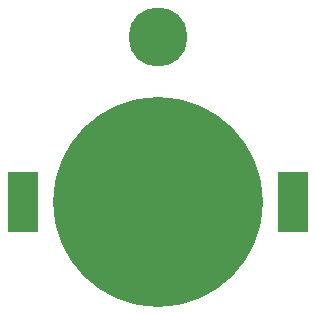
<source format=gbs>
G04 #@! TF.FileFunction,Soldermask,Bot*
%FSLAX46Y46*%
G04 Gerber Fmt 4.6, Leading zero omitted, Abs format (unit mm)*
G04 Created by KiCad (PCBNEW 4.0.7) date 08/30/18 22:11:47*
%MOMM*%
%LPD*%
G01*
G04 APERTURE LIST*
%ADD10C,0.100000*%
%ADD11C,5.000000*%
%ADD12C,17.780000*%
%ADD13R,2.540000X5.080000*%
G04 APERTURE END LIST*
D10*
D11*
X207645000Y-79375000D03*
D12*
X207645000Y-93345000D03*
D13*
X219075000Y-93345000D03*
X196215000Y-93345000D03*
M02*

</source>
